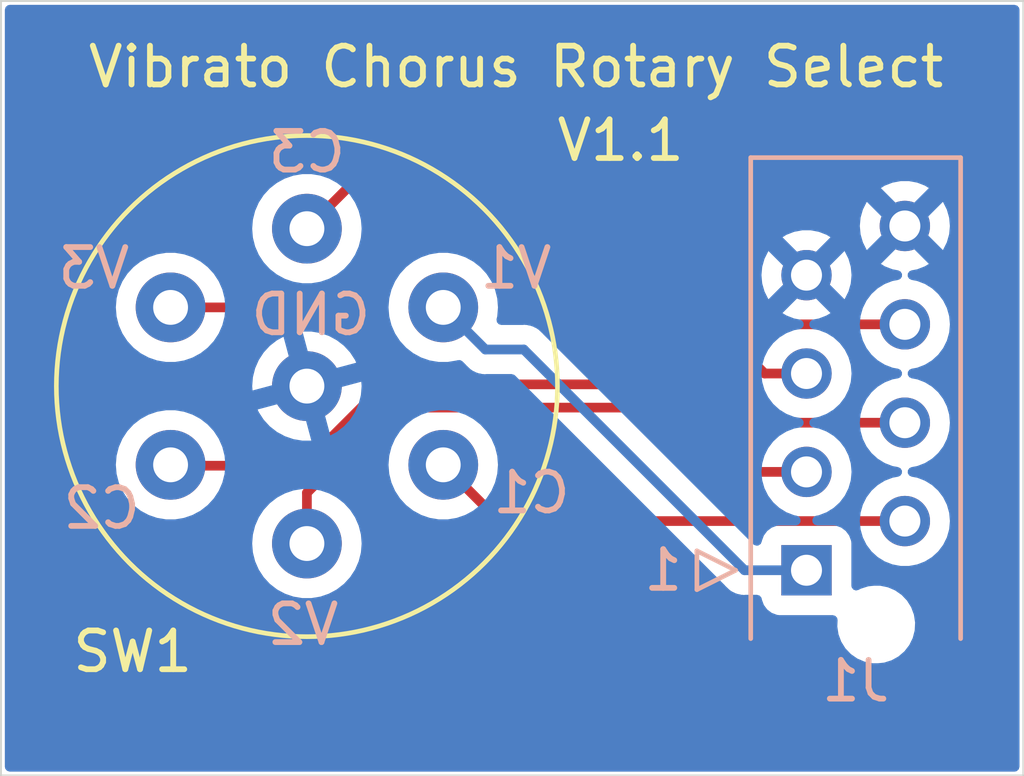
<source format=kicad_pcb>
(kicad_pcb (version 20221018) (generator pcbnew)
  (title_block (title "Vibrato Chorus Rotary Switch") (date "2023-08-07") (rev "1.1") (company "Picherie") (comment 1 "Rotary switch holes diameter augmented."))
  (layers (0 "F.Cu" signal) (31 "B.Cu" signal) (34 "B.Paste" user) (35 "F.Paste" user) (36 "B.SilkS" user "B.Silkscreen") (37 "F.SilkS" user "F.Silkscreen") (38 "B.Mask" user) (39 "F.Mask" user) (44 "Edge.Cuts" user))
  (net 0 "")
  (net 1 "/V1")
  (net 2 "/C1")
  (net 3 "/V2")
  (net 4 "/C2")
  (net 5 "/V3")
  (net 6 "/C3")
  (net 7 "GND")
  (footprint "b3_footprints:50D60-01-1-AJN" (layer "F.Cu") (at 162.5 99.945)
    (fp_text reference "SW1" (at -4.5 6.855) (layer "F.SilkS"))
    (fp_text value "SW_Rotary1x6" hide)
    (fp_circle (center 0 0) (end 0 6.47) (stroke (width 0.12)) (fill none) (layer "F.SilkS"))
    (pad "1" thru_hole circle (at 3.520393 -2.0325 60) (size 1.8 1.8) (drill 0.9) (layers "*.Cu" "*.Mask") (net 1 "/V1"))
    (pad "2" thru_hole circle (at 3.520393 2.032499 60) (size 1.8 1.8) (drill 0.9) (layers "*.Cu" "*.Mask") (net 2 "/C1"))
    (pad "3" thru_hole circle (at 0 4.065 60) (size 1.8 1.8) (drill 0.9) (layers "*.Cu" "*.Mask") (net 3 "/V2"))
    (pad "4" thru_hole circle (at -3.520393 2.0325 60) (size 1.8 1.8) (drill 0.9) (layers "*.Cu" "*.Mask") (net 4 "/C2"))
    (pad "5" thru_hole circle (at -3.520393 -2.0325 60) (size 1.8 1.8) (drill 0.9) (layers "*.Cu" "*.Mask") (net 5 "/V3"))
    (pad "6" thru_hole circle (at 0 -4.065 60) (size 1.8 1.8) (drill 0.9) (layers "*.Cu" "*.Mask") (net 6 "/C3"))
    (pad "7" thru_hole circle (at 0 0 60) (size 1.8 1.8) (drill 0.9) (layers "*.Cu" "*.Mask") (net 7 "GND"))
  )
  (footprint "Connector_TE-Connectivity:TE_Micro-MaTch_215079-8_2x04_P1.27mm_Vertical" (layer "B.Cu") (at 175.4 104.7)
    (fp_text reference "J1" (at 1.27 2.86) (layer "B.SilkS") (effects (justify mirror)))
    (fp_text value "7-215079-8")
    (fp_line (start -2.83 -0.5) (end -2.83 0.5) (stroke (width 0.12)) (layer "B.SilkS"))
    (fp_line (start -2.83 0.5) (end -1.83 0) (stroke (width 0.12)) (layer "B.SilkS"))
    (fp_line (start -1.83 0) (end -2.83 -0.5) (stroke (width 0.12)) (layer "B.SilkS"))
    (fp_line (start -1.44 -10.655) (end 3.98 -10.655) (stroke (width 0.12)) (layer "B.SilkS"))
    (fp_line (start -1.44 1.765) (end -1.44 -10.655) (stroke (width 0.12)) (layer "B.SilkS"))
    (fp_line (start 3.98 -10.655) (end 3.98 1.765) (stroke (width 0.12)) (layer "B.SilkS"))
    (pad "" np_thru_hole circle (at 1.8 1.4) (size 1.5 1.5) (drill 1.5) (layers "*.Cu" "*.Mask"))
    (pad "1" thru_hole rect (at 0 0) (size 1.3 1.3) (drill 0.8) (layers "*.Cu" "*.Mask") (net 1 "/V1"))
    (pad "2" thru_hole circle (at 2.54 -1.27) (size 1.3 1.3) (drill 0.8) (layers "*.Cu" "*.Mask") (net 2 "/C1"))
    (pad "3" thru_hole circle (at 0 -2.54) (size 1.3 1.3) (drill 0.8) (layers "*.Cu" "*.Mask") (net 3 "/V2"))
    (pad "4" thru_hole circle (at 2.54 -3.81) (size 1.3 1.3) (drill 0.8) (layers "*.Cu" "*.Mask") (net 4 "/C2"))
    (pad "5" thru_hole circle (at 0 -5.08) (size 1.3 1.3) (drill 0.8) (layers "*.Cu" "*.Mask") (net 5 "/V3"))
    (pad "6" thru_hole circle (at 2.54 -6.35) (size 1.3 1.3) (drill 0.8) (layers "*.Cu" "*.Mask") (net 6 "/C3"))
    (pad "7" thru_hole circle (at 0 -7.62) (size 1.3 1.3) (drill 0.8) (layers "*.Cu" "*.Mask") (net 7 "GND"))
    (pad "8" thru_hole circle (at 2.54 -8.89) (size 1.3 1.3) (drill 0.8) (layers "*.Cu" "*.Mask") (net 7 "GND"))
  )
  (gr_line (start 154.6 110) (end 154.6 90) (stroke (width 0.05)) (layer "Edge.Cuts"))
  (gr_line (start 154.6 90) (end 181 90) (stroke (width 0.05)) (layer "Edge.Cuts"))
  (gr_line (start 154.6 110) (end 181 110) (stroke (width 0.05)) (layer "Edge.Cuts"))
  (gr_line (start 181 90) (end 181 110) (stroke (width 0.05)) (layer "Edge.Cuts"))
  (gr_text "1" (at 171.7 104.7) (layer "B.SilkS") (effects (font (size 1 1)) (justify mirror)))
  (gr_text "V3" (at 157 96.9) (layer "B.SilkS") (effects (font (size 1 1)) (justify mirror)))
  (gr_text "C3" (at 162.5 93.9) (layer "B.SilkS") (effects (font (size 1 1)) (justify mirror)))
  (gr_text "GND" (at 162.6 98.1) (layer "B.SilkS") (effects (font (size 1 1)) (justify mirror)))
  (gr_text "C2" (at 157.2 103.1) (layer "B.SilkS") (effects (font (size 1 1)) (justify mirror)))
  (gr_text "V1" (at 167.9 96.9) (layer "B.SilkS") (effects (font (size 1 1)) (justify mirror)))
  (gr_text "C1" (at 168.3 102.7) (layer "B.SilkS") (effects (font (size 1 1)) (justify mirror)))
  (gr_text "V2" (at 162.4 106.1) (layer "B.SilkS") (effects (font (size 1 1)) (justify mirror)))
  (gr_text "Vibrato Chorus Rotary Select" (at 167.9 91.7) (layer "F.SilkS") (effects (font (size 1 1))))
  (gr_text "V1.1" (at 170.6 93.6) (layer "F.SilkS") (effects (font (size 1 1))))
  (segment (start 166.0204 97.9125) (end 167.1079 99) (width 0.25) (layer "B.Cu") (net 1))
  (segment (start 173.8 104.7) (end 175.4 104.7) (width 0.25) (layer "B.Cu") (net 1))
  (segment (start 168.1 99) (end 173.8 104.7) (width 0.25) (layer "B.Cu") (net 1))
  (segment (start 167.1079 99) (end 168.1 99) (width 0.25) (layer "B.Cu") (net 1))
  (segment (start 177.94 103.43) (end 167.472894 103.43) (width 0.25) (layer "F.Cu") (net 2))
  (segment (start 167.472894 103.43) (end 166.020393 101.977499) (width 0.25) (layer "F.Cu") (net 2))
  (segment (start 175.4 102.16) (end 173.96 102.16) (width 0.25) (layer "F.Cu") (net 3))
  (segment (start 164.7 100.5) (end 162.5 102.7) (width 0.25) (layer "F.Cu") (net 3))
  (segment (start 173.96 102.16) (end 172.3 100.5) (width 0.25) (layer "F.Cu") (net 3))
  (segment (start 162.5 102.7) (end 162.5 104.01) (width 0.25) (layer "F.Cu") (net 3))
  (segment (start 172.3 100.5) (end 164.7 100.5) (width 0.25) (layer "F.Cu") (net 3))
  (segment (start 164.5 99.9) (end 162.4 102) (width 0.25) (layer "F.Cu") (net 4))
  (segment (start 162.4 102) (end 159.002107 102) (width 0.25) (layer "F.Cu") (net 4))
  (segment (start 177.94 100.89) (end 174.7669 100.89) (width 0.25) (layer "F.Cu") (net 4))
  (segment (start 159.002107 102) (end 158.979607 101.9775) (width 0.25) (layer "F.Cu") (net 4))
  (segment (start 174.7669 100.89) (end 173.7769 99.9) (width 0.25) (layer "F.Cu") (net 4))
  (segment (start 173.7769 99.9) (end 164.5 99.9) (width 0.25) (layer "F.Cu") (net 4))
  (segment (start 170.6 95.9) (end 174.32 99.62) (width 0.25) (layer "F.Cu") (net 5))
  (segment (start 158.979607 97.9125) (end 163.4125 97.9125) (width 0.25) (layer "F.Cu") (net 5))
  (segment (start 163.4125 97.9125) (end 165.425 95.9) (width 0.25) (layer "F.Cu") (net 5))
  (segment (start 174.32 99.62) (end 175.4 99.62) (width 0.25) (layer "F.Cu") (net 5))
  (segment (start 165.425 95.9) (end 170.6 95.9) (width 0.25) (layer "F.Cu") (net 5))
  (segment (start 174.7669 98.35) (end 177.94 98.35) (width 0.25) (layer "F.Cu") (net 6))
  (segment (start 162.5 95.88) (end 163.58 94.8) (width 0.25) (layer "F.Cu") (net 6))
  (segment (start 171.2169 94.8) (end 174.7669 98.35) (width 0.25) (layer "F.Cu") (net 6))
  (segment (start 163.58 94.8) (end 171.2169 94.8) (width 0.25) (layer "F.Cu") (net 6))
  (zone (net 7) (net_name "GND") (layer "B.Cu") (connect_pads (clearance 0.508)) (min_thickness 0.254) (fill yes (thermal_gap 0.508) (thermal_bridge_width 0.508) (smoothing chamfer))
    (polygon (pts (xy 180.9 109.9) (xy 154.7 109.9) (xy 154.7 90.1) (xy 180.9 90.1)))
  )
)
</source>
